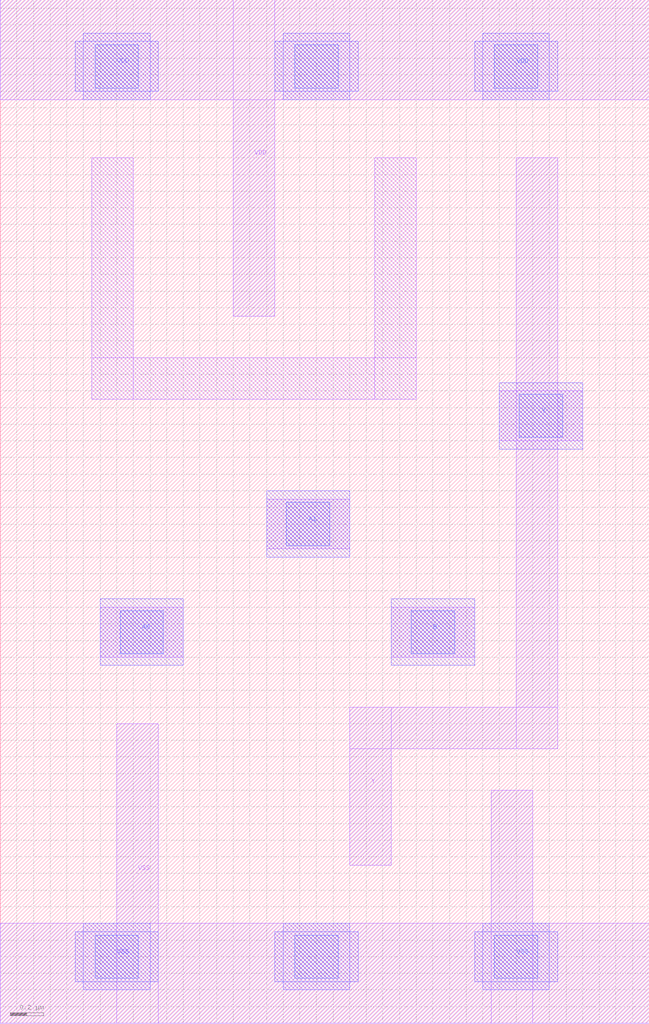
<source format=lef>
# Copyright 2022 Google LLC
# Licensed under the Apache License, Version 2.0 (the "License");
# you may not use this file except in compliance with the License.
# You may obtain a copy of the License at
#
#      http://www.apache.org/licenses/LICENSE-2.0
#
# Unless required by applicable law or agreed to in writing, software
# distributed under the License is distributed on an "AS IS" BASIS,
# WITHOUT WARRANTIES OR CONDITIONS OF ANY KIND, either express or implied.
# See the License for the specific language governing permissions and
# limitations under the License.
VERSION 5.7 ;
BUSBITCHARS "[]" ;
DIVIDERCHAR "/" ;

MACRO gf180mcu_osu_sc_9T_aoi21_1
  CLASS CORE ;
  ORIGIN 0 0 ;
  FOREIGN gf180mcu_osu_sc_9T_aoi21_1 0 0 ;
  SIZE 3.9 BY 6.15 ;
  SYMMETRY X Y ;
  SITE GF018hv5v_mcu_sc7 ;
  PIN A0
    DIRECTION INPUT ;
    USE SIGNAL ;
    PORT
      LAYER MET1 ;
        RECT 0.6 2.2 1.1 2.5 ;
      LAYER MET2 ;
        RECT 0.6 2.15 1.1 2.55 ;
      LAYER VIA12 ;
        RECT 0.72 2.22 0.98 2.48 ;
    END
  END A0
  PIN A1
    DIRECTION INPUT ;
    USE SIGNAL ;
    PORT
      LAYER MET1 ;
        RECT 1.6 2.85 2.1 3.15 ;
      LAYER MET2 ;
        RECT 1.6 2.8 2.1 3.2 ;
      LAYER VIA12 ;
        RECT 1.72 2.87 1.98 3.13 ;
    END
  END A1
  PIN B
    DIRECTION INPUT ;
    USE SIGNAL ;
    PORT
      LAYER MET1 ;
        RECT 2.35 2.2 2.85 2.5 ;
      LAYER MET2 ;
        RECT 2.35 2.15 2.85 2.55 ;
      LAYER VIA12 ;
        RECT 2.47 2.22 2.73 2.48 ;
    END
  END B
  PIN VDD
    DIRECTION INOUT ;
    USE POWER ;
    SHAPE ABUTMENT ;
    PORT
      LAYER MET1 ;
        RECT 0 5.55 3.9 6.15 ;
        RECT 1.4 4.25 1.65 6.15 ;
      LAYER MET2 ;
        RECT 2.85 5.6 3.35 5.9 ;
        RECT 2.9 5.55 3.3 5.95 ;
        RECT 1.65 5.6 2.15 5.9 ;
        RECT 1.7 5.55 2.1 5.95 ;
        RECT 0.45 5.6 0.95 5.9 ;
        RECT 0.5 5.55 0.9 5.95 ;
      LAYER VIA12 ;
        RECT 0.57 5.62 0.83 5.88 ;
        RECT 1.77 5.62 2.03 5.88 ;
        RECT 2.97 5.62 3.23 5.88 ;
    END
  END VDD
  PIN VSS
    DIRECTION INOUT ;
    USE GROUND ;
    PORT
      LAYER MET1 ;
        RECT 0 0 3.9 0.6 ;
        RECT 2.95 0 3.2 1.4 ;
        RECT 0.7 0 0.95 1.8 ;
      LAYER MET2 ;
        RECT 2.85 0.25 3.35 0.55 ;
        RECT 2.9 0.2 3.3 0.6 ;
        RECT 1.65 0.25 2.15 0.55 ;
        RECT 1.7 0.2 2.1 0.6 ;
        RECT 0.45 0.25 0.95 0.55 ;
        RECT 0.5 0.2 0.9 0.6 ;
      LAYER VIA12 ;
        RECT 0.57 0.27 0.83 0.53 ;
        RECT 1.77 0.27 2.03 0.53 ;
        RECT 2.97 0.27 3.23 0.53 ;
    END
  END VSS
  PIN Y
    DIRECTION OUTPUT ;
    USE SIGNAL ;
    PORT
      LAYER MET1 ;
        RECT 3 3.5 3.5 3.8 ;
        RECT 3.1 1.65 3.35 5.2 ;
        RECT 2.1 1.65 3.35 1.9 ;
        RECT 2.1 0.95 2.35 1.9 ;
      LAYER MET2 ;
        RECT 3 3.45 3.5 3.85 ;
      LAYER VIA12 ;
        RECT 3.12 3.52 3.38 3.78 ;
    END
  END Y
  OBS
    LAYER MET1 ;
      RECT 2.25 3.75 2.5 5.2 ;
      RECT 0.55 3.75 0.8 5.2 ;
      RECT 0.55 3.75 2.5 4 ;
  END
END gf180mcu_osu_sc_9T_aoi21_1

</source>
